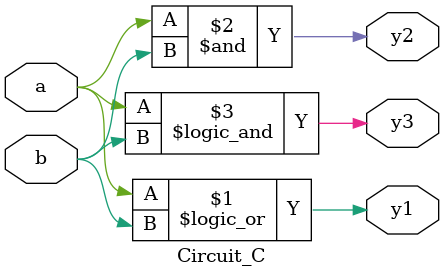
<source format=v>
module Circuit_C (y1, y2, y3, a, b);
    output y1, y2, y3;
    input a, b;
    assign y1 = a || b;
    and (y2, a, b);
    assign y3 = a && b;
endmodule
</source>
